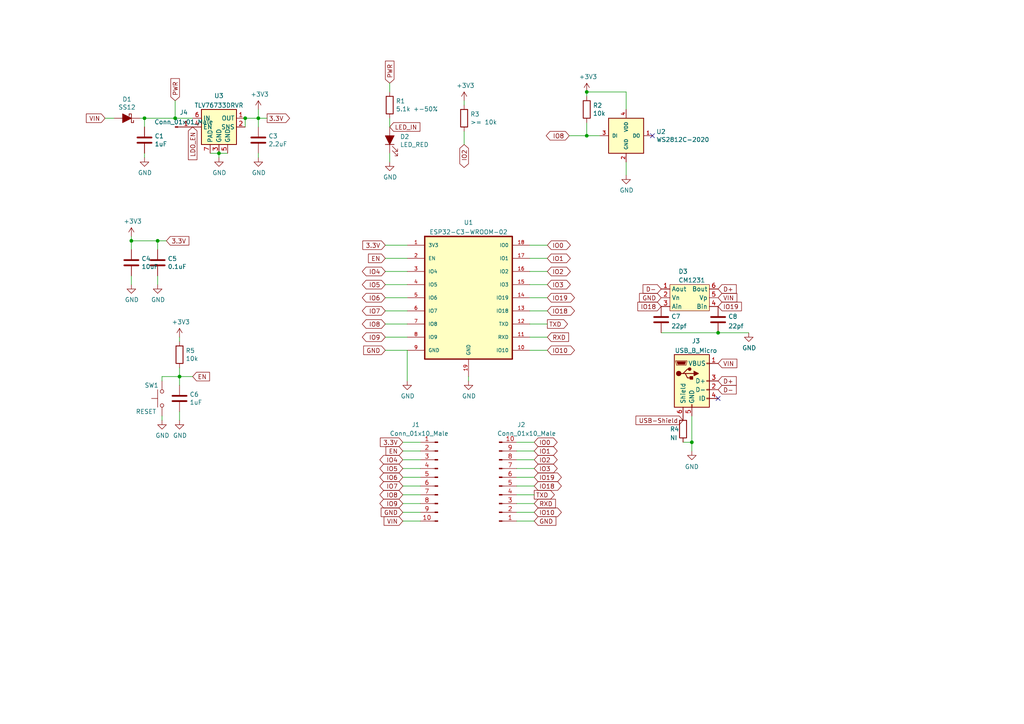
<source format=kicad_sch>
(kicad_sch (version 20211123) (generator eeschema)
  (paper "A4")
  (title_block (title "USB_JTAG mod of E-Tinkers EP32-C3 Dev Board") (date "2022-02-19") (rev "1.0") (comment 4 "Original author: Henry Cheung, mod: nretro") (comment 5 "https://www.e-tinkers.com"))
  (lib_symbols
    (symbol "Connector:Conn_01x01_Male" (pin_names (offset 1.016) hide)
      (property "Reference" "J" (at 0 2.54 0))
      (property "Value" "Conn_01x01_Male" (at 0 -2.54 0))
      (symbol "Conn_01x01_Male_1_1"
        (polyline (pts (xy 1.27 0) (xy 0.8636 0)) (stroke (width 0.1524)))
        (rectangle (start 0.8636 0.127) (end 0 -0.127) (stroke (width 0.1524)) (fill (type outline)))
        (pin passive line (at 5.08 0 180) (length 3.81) (name "Pin_1") (number "1"))
      )
    )
    (symbol "Connector:Conn_01x10_Male" (pin_names (offset 1.016) hide)
      (property "Reference" "J" (at 0 12.7 0))
      (property "Value" "Conn_01x10_Male" (at 0 -15.24 0))
      (symbol "Conn_01x10_Male_1_1"
        (polyline (pts (xy 1.27 -12.7) (xy 0.8636 -12.7)) (stroke (width 0.1524)))
        (polyline (pts (xy 1.27 -10.16) (xy 0.8636 -10.16)) (stroke (width 0.1524)))
        (polyline (pts (xy 1.27 -7.62) (xy 0.8636 -7.62)) (stroke (width 0.1524)))
        (polyline (pts (xy 1.27 -5.08) (xy 0.8636 -5.08)) (stroke (width 0.1524)))
        (polyline (pts (xy 1.27 -2.54) (xy 0.8636 -2.54)) (stroke (width 0.1524)))
        (polyline (pts (xy 1.27 0) (xy 0.8636 0)) (stroke (width 0.1524)))
        (polyline (pts (xy 1.27 2.54) (xy 0.8636 2.54)) (stroke (width 0.1524)))
        (polyline (pts (xy 1.27 5.08) (xy 0.8636 5.08)) (stroke (width 0.1524)))
        (polyline (pts (xy 1.27 7.62) (xy 0.8636 7.62)) (stroke (width 0.1524)))
        (polyline (pts (xy 1.27 10.16) (xy 0.8636 10.16)) (stroke (width 0.1524)))
        (rectangle (start 0.8636 -12.573) (end 0 -12.827) (stroke (width 0.1524)) (fill (type outline)))
        (rectangle (start 0.8636 -10.033) (end 0 -10.287) (stroke (width 0.1524)) (fill (type outline)))
        (rectangle (start 0.8636 -7.493) (end 0 -7.747) (stroke (width 0.1524)) (fill (type outline)))
        (rectangle (start 0.8636 -4.953) (end 0 -5.207) (stroke (width 0.1524)) (fill (type outline)))
        (rectangle (start 0.8636 -2.413) (end 0 -2.667) (stroke (width 0.1524)) (fill (type outline)))
        (rectangle (start 0.8636 0.127) (end 0 -0.127) (stroke (width 0.1524)) (fill (type outline)))
        (rectangle (start 0.8636 2.667) (end 0 2.413) (stroke (width 0.1524)) (fill (type outline)))
        (rectangle (start 0.8636 5.207) (end 0 4.953) (stroke (width 0.1524)) (fill (type outline)))
        (rectangle (start 0.8636 7.747) (end 0 7.493) (stroke (width 0.1524)) (fill (type outline)))
        (rectangle (start 0.8636 10.287) (end 0 10.033) (stroke (width 0.1524)) (fill (type outline)))
        (pin passive line (at 5.08 10.16 180) (length 3.81) (name "Pin_1") (number "1"))
        (pin passive line (at 5.08 -12.7 180) (length 3.81) (name "Pin_10") (number "10"))
        (pin passive line (at 5.08 7.62 180) (length 3.81) (name "Pin_2") (number "2"))
        (pin passive line (at 5.08 5.08 180) (length 3.81) (name "Pin_3") (number "3"))
        (pin passive line (at 5.08 2.54 180) (length 3.81) (name "Pin_4") (number "4"))
        (pin passive line (at 5.08 0 180) (length 3.81) (name "Pin_5") (number "5"))
        (pin passive line (at 5.08 -2.54 180) (length 3.81) (name "Pin_6") (number "6"))
        (pin passive line (at 5.08 -5.08 180) (length 3.81) (name "Pin_7") (number "7"))
        (pin passive line (at 5.08 -7.62 180) (length 3.81) (name "Pin_8") (number "8"))
        (pin passive line (at 5.08 -10.16 180) (length 3.81) (name "Pin_9") (number "9"))
      )
    )
    (symbol "Connector:USB_B_Micro" (pin_names (offset 1.016))
      (property "Reference" "J" (at -5.08 11.43 0))
      (property "Value" "USB_B_Micro" (at -5.08 8.89 0))
      (symbol "USB_B_Micro_0_1"
        (rectangle (start -5.08 -7.62) (end 5.08 7.62) (stroke (width 0.254)) (fill (type background)))
        (circle (center -3.81 2.159) (radius 0.635) (stroke (width 0.254)) (fill (type outline)))
        (circle (center -0.635 3.429) (radius 0.381) (stroke (width 0.254)) (fill (type outline)))
        (rectangle (start -0.127 -7.62) (end 0.127 -6.858))
        (polyline (pts (xy -1.905 2.159) (xy 0.635 2.159)) (stroke (width 0.254)))
        (polyline (pts (xy -3.175 2.159) (xy -2.54 2.159) (xy -1.27 3.429) (xy -0.635 3.429)) (stroke (width 0.254)))
        (polyline (pts (xy -2.54 2.159) (xy -1.905 2.159) (xy -1.27 0.889) (xy 0 0.889)) (stroke (width 0.254)))
        (polyline (pts (xy 0.635 2.794) (xy 0.635 1.524) (xy 1.905 2.159) (xy 0.635 2.794)) (stroke (width 0.254)) (fill (type outline)))
        (polyline (pts (xy -4.318 5.588) (xy -1.778 5.588) (xy -2.032 4.826) (xy -4.064 4.826) (xy -4.318 5.588)) (fill (type outline)))
        (polyline (pts (xy -4.699 5.842) (xy -4.699 5.588) (xy -4.445 4.826) (xy -4.445 4.572) (xy -1.651 4.572) (xy -1.651 4.826) (xy -1.397 5.588) (xy -1.397 5.842) (xy -4.699 5.842)))
        (rectangle (start 0.254 1.27) (end -0.508 0.508) (stroke (width 0.254)) (fill (type outline)))
        (rectangle (start 5.08 -5.207) (end 4.318 -4.953))
        (rectangle (start 5.08 -2.667) (end 4.318 -2.413))
        (rectangle (start 5.08 -0.127) (end 4.318 0.127))
        (rectangle (start 5.08 4.953) (end 4.318 5.207))
      )
      (symbol "USB_B_Micro_1_1"
        (pin power_out line (at 7.62 5.08 180) (length 2.54) (name "VBUS") (number "1"))
        (pin bidirectional line (at 7.62 -2.54 180) (length 2.54) (name "D-") (number "2"))
        (pin bidirectional line (at 7.62 0 180) (length 2.54) (name "D+") (number "3"))
        (pin passive line (at 7.62 -5.08 180) (length 2.54) (name "ID") (number "4"))
        (pin power_out line (at 0 -10.16 90) (length 2.54) (name "GND") (number "5"))
        (pin passive line (at -2.54 -10.16 90) (length 2.54) (name "Shield") (number "6"))
      )
    )
    (symbol "Device:C" (pin_numbers hide) (pin_names (offset 0.254))
      (property "Reference" "C" (at 0.635 2.54 0))
      (property "Value" "C" (at 0.635 -2.54 0))
      (symbol "C_0_1"
        (polyline (pts (xy -2.032 -0.762) (xy 2.032 -0.762)) (stroke (width 0.508)))
        (polyline (pts (xy -2.032 0.762) (xy 2.032 0.762)) (stroke (width 0.508)))
      )
      (symbol "C_1_1"
        (pin passive line (at 0 3.81 270) (length 2.794) (name "~") (number "1"))
        (pin passive line (at 0 -3.81 90) (length 2.794) (name "~") (number "2"))
      )
    )
    (symbol "Device:D_Schottky_ALT" (pin_numbers hide) (pin_names (offset 1.016) hide)
      (property "Reference" "D" (at 0 2.54 0))
      (property "Value" "Device_D_Schottky_ALT" (at 0 -2.54 0))
      (symbol "D_Schottky_ALT_0_1"
        (polyline (pts (xy 1.27 0) (xy -1.27 0)))
        (polyline (pts (xy 1.27 1.27) (xy 1.27 -1.27) (xy -1.27 0) (xy 1.27 1.27)) (stroke (width 0.2032)) (fill (type outline)))
        (polyline (pts (xy -1.905 0.635) (xy -1.905 1.27) (xy -1.27 1.27) (xy -1.27 -1.27) (xy -0.635 -1.27) (xy -0.635 -0.635)) (stroke (width 0.2032)))
      )
      (symbol "D_Schottky_ALT_1_1"
        (pin passive line (at -3.81 0 0) (length 2.54) (name "K") (number "1"))
        (pin passive line (at 3.81 0 180) (length 2.54) (name "A") (number "2"))
      )
    )
    (symbol "Device:LED_ALT" (pin_numbers hide) (pin_names (offset 1.016) hide)
      (property "Reference" "D" (at 0 2.54 0))
      (property "Value" "Device_LED_ALT" (at 0 -2.54 0))
      (symbol "LED_ALT_0_1"
        (polyline (pts (xy -1.27 -1.27) (xy -1.27 1.27)) (stroke (width 0.2032)))
        (polyline (pts (xy -1.27 0) (xy 1.27 0)))
        (polyline (pts (xy 1.27 -1.27) (xy 1.27 1.27) (xy -1.27 0) (xy 1.27 -1.27)) (stroke (width 0.2032)) (fill (type outline)))
        (polyline (pts (xy -3.048 -0.762) (xy -4.572 -2.286) (xy -3.81 -2.286) (xy -4.572 -2.286) (xy -4.572 -1.524)))
        (polyline (pts (xy -1.778 -0.762) (xy -3.302 -2.286) (xy -2.54 -2.286) (xy -3.302 -2.286) (xy -3.302 -1.524)))
      )
      (symbol "LED_ALT_1_1"
        (pin passive line (at -3.81 0 0) (length 2.54) (name "K") (number "1"))
        (pin passive line (at 3.81 0 180) (length 2.54) (name "A") (number "2"))
      )
    )
    (symbol "Device:R" (pin_numbers hide) (pin_names (offset 0))
      (property "Reference" "R" (at 2.032 0 90))
      (property "Value" "R" (at 0 0 90))
      (symbol "R_0_1"
        (rectangle (start -1.016 -2.54) (end 1.016 2.54) (stroke (width 0.254)))
      )
      (symbol "R_1_1"
        (pin passive line (at 0 3.81 270) (length 1.27) (name "~") (number "1"))
        (pin passive line (at 0 -3.81 90) (length 1.27) (name "~") (number "2"))
      )
    )
    (symbol "Switch:SW_Push" (pin_numbers hide) (pin_names (offset 1.016) hide)
      (property "Reference" "SW" (at 1.27 2.54 0))
      (property "Value" "SW_Push" (at 0 -1.524 0))
      (symbol "SW_Push_0_1"
        (circle (center -2.032 0) (radius 0.508))
        (polyline (pts (xy 0 1.27) (xy 0 3.048)))
        (polyline (pts (xy 2.54 1.27) (xy -2.54 1.27)))
        (circle (center 2.032 0) (radius 0.508))
        (pin passive line (at -5.08 0 0) (length 2.54) (name "1") (number "1"))
        (pin passive line (at 5.08 0 180) (length 2.54) (name "2") (number "2"))
      )
    )
    (symbol "amiga:CM1231"
      (property "Reference" "D" (at 2.54 5.08 0))
      (property "Value" "CM1231" (at 2.54 2.54 0))
      (symbol "CM1231_0_1"
        (rectangle (start -2.54 0) (end 8.89 -7.62) (stroke (width 0.1524)) (fill (type background)))
      )
      (symbol "CM1231_1_1"
        (pin output line (at -5.08 -1.27 0) (length 2.54) (name "Aout") (number "1"))
        (pin power_out line (at -5.08 -3.81 0) (length 2.54) (name "Vn") (number "2"))
        (pin input line (at -5.08 -6.35 0) (length 2.54) (name "Ain") (number "3"))
        (pin power_in line (at 11.43 -6.35 180) (length 2.54) (name "Bin") (number "4"))
        (pin power_in line (at 11.43 -3.81 180) (length 2.54) (name "Vp") (number "5"))
        (pin output line (at 11.43 -1.27 180) (length 2.54) (name "Bout") (number "6"))
      )
    )
    (symbol "amiga:ESP32-C3-WROOM-02" (pin_names (offset 1.016))
      (property "Reference" "U" (at -12.7508 18.3896 0))
      (property "Value" "ESP32-C3-WROOM-02" (at -12.7254 -20.066 0))
      (symbol "ESP32-C3-WROOM-02_0_1"
        (rectangle (start -12.7 -17.78) (end 12.7 17.78) (stroke (width 0.4064)) (fill (type background)))
      )
      (symbol "ESP32-C3-WROOM-02_1_1"
        (pin power_in line (at -17.78 15.24 0) (length 5.08) (name "3V3") (number "1"))
        (pin bidirectional line (at 17.78 -15.24 180) (length 5.08) (name "IO10") (number "10"))
        (pin bidirectional line (at 17.78 -11.43 180) (length 5.08) (name "RXD") (number "11"))
        (pin bidirectional line (at 17.78 -7.62 180) (length 5.08) (name "TXD") (number "12"))
        (pin power_in line (at 17.78 -3.81 180) (length 5.08) (name "IO18") (number "13"))
        (pin open_collector line (at 17.78 0 180) (length 5.08) (name "IO19") (number "14"))
        (pin bidirectional line (at 17.78 3.81 180) (length 5.08) (name "IO3") (number "15"))
        (pin bidirectional line (at 17.78 7.62 180) (length 5.08) (name "IO2") (number "16"))
        (pin bidirectional line (at 17.78 11.43 180) (length 5.08) (name "IO1") (number "17"))
        (pin power_in line (at 17.78 15.24 180) (length 5.08) (name "IO0") (number "18"))
        (pin power_in line (at 0 -22.86 90) (length 5.08) (name "GND") (number "19"))
        (pin input line (at -17.78 11.43 0) (length 5.08) (name "EN") (number "2"))
        (pin bidirectional line (at -17.78 7.62 0) (length 5.08) (name "IO4") (number "3"))
        (pin bidirectional line (at -17.78 3.81 0) (length 5.08) (name "IO5") (number "4"))
        (pin bidirectional line (at -17.78 0 0) (length 5.08) (name "IO6") (number "5"))
        (pin bidirectional line (at -17.78 -3.81 0) (length 5.08) (name "IO7") (number "6"))
        (pin bidirectional line (at -17.78 -7.62 0) (length 5.08) (name "IO8") (number "7"))
        (pin bidirectional line (at -17.78 -11.43 0) (length 5.08) (name "IO9") (number "8"))
        (pin power_in line (at -17.78 -15.24 0) (length 5.08) (name "GND") (number "9"))
      )
    )
    (symbol "amiga:TLV76733DRVR"
      (property "Reference" "U" (at 0 8.89 0))
      (property "Value" "TLV76733DRVR" (at 0 6.35 0))
      (symbol "TLV76733DRVR_0_1"
        (rectangle (start -5.08 -5.08) (end 5.08 5.08) (stroke (width 0.254)) (fill (type background)))
      )
      (symbol "TLV76733DRVR_1_1"
        (pin power_out line (at 7.62 2.54 180) (length 2.54) (name "OUT") (number "1"))
        (pin input line (at 7.62 0 180) (length 2.54) (name "SNS") (number "2"))
        (pin power_in line (at 0 -7.62 90) (length 2.54) (name "GND") (number "3"))
        (pin input line (at -7.62 0 0) (length 2.54) (name "EN") (number "4"))
        (pin passive line (at 0 -7.62 90) (length 2.54) hide (name "GND") (number "5"))
        (pin power_in line (at 2.54 -7.62 90) (length 2.54) (name "GND") (number "5"))
        (pin power_in line (at -7.62 2.54 0) (length 2.54) (name "IN") (number "6"))
        (pin passive line (at -2.54 -7.62 90) (length 2.54) (name "PAD") (number "7"))
      )
    )
    (symbol "e-tinkers:WS2812C-2020" (pin_names (offset 1.016))
      (property "Reference" "U" (at -5.08 6.35 0))
      (property "Value" "e-tinkers_WS2812C-2020" (at 1.27 -7.62 0))
      (symbol "WS2812C-2020_0_0"
        (rectangle (start -5.08 -5.08) (end 5.08 5.08) (stroke (width 0.254)) (fill (type background)))
        (pin output line (at 7.62 0 180) (length 2.4892) (name "DO") (number "1"))
        (pin power_in line (at 0 -7.62 90) (length 2.4892) (name "GND") (number "2"))
        (pin input line (at -7.62 0 0) (length 2.4892) (name "DI") (number "3"))
        (pin power_in line (at 0 7.62 270) (length 2.4892) (name "VDD") (number "4"))
      )
    )
    (symbol "power:+3.3V" (power) (pin_names (offset 0))
      (property "Value" "+3.3V" (at 0 3.556 0))
      (symbol "+3.3V_0_1"
        (polyline (pts (xy -0.762 1.27) (xy 0 2.54)))
        (polyline (pts (xy 0 0) (xy 0 2.54)))
        (polyline (pts (xy 0 2.54) (xy 0.762 1.27)))
      )
      (symbol "+3.3V_1_1"
        (pin power_in line (at 0 0 90) (length 0) hide (name "+3V3") (number "1"))
      )
    )
    (symbol "power:GND" (power) (pin_names (offset 0))
      (property "Value" "GND" (at 0 -3.81 0))
      (symbol "GND_0_1"
        (polyline (pts (xy 0 0) (xy 0 -1.27) (xy 1.27 -1.27) (xy 0 -2.54) (xy -1.27 -1.27) (xy 0 -1.27)))
      )
      (symbol "GND_1_1"
        (pin power_in line (at 0 0 270) (length 0) hide (name "GND") (number "1"))
      )
    )
  )
  (junction (at 170.18 39.37))
  (junction (at 41.91 34.29))
  (junction (at 38.1 69.85))
  (junction (at 45.72 69.85))
  (junction (at 71.12 34.29))
  (junction (at 52.07 109.22))
  (junction (at 50.8 34.29))
  (junction (at 170.18 26.67))
  (junction (at 63.5 44.45))
  (junction (at 200.66 128.27))
  (junction (at 74.93 34.29))
  (junction (at 208.28 96.52))
  (no_connect (at 208.28 115.57))
  (no_connect (at 189.23 39.37))
  (wire (pts (xy 208.28 96.52) (xy 217.17 96.52)))
  (wire (pts (xy 111.76 86.36) (xy 118.11 86.36)))
  (wire (pts (xy 45.72 82.55) (xy 45.72 80.01)))
  (wire (pts (xy 30.48 34.29) (xy 33.02 34.29)))
  (wire (pts (xy 134.62 38.1) (xy 134.62 41.91)))
  (wire (pts (xy 41.91 44.45) (xy 41.91 45.72)))
  (wire (pts (xy 111.76 97.79) (xy 118.11 97.79)))
  (wire (pts (xy 116.84 148.59) (xy 121.92 148.59)))
  (wire (pts (xy 153.67 90.17) (xy 158.75 90.17)))
  (wire (pts (xy 116.84 135.89) (xy 121.92 135.89)))
  (wire (pts (xy 66.04 44.45) (xy 63.5 44.45)))
  (wire (pts (xy 74.93 44.45) (xy 74.93 45.72)))
  (wire (pts (xy 116.84 140.97) (xy 121.92 140.97)))
  (wire (pts (xy 149.86 146.05) (xy 154.94 146.05)))
  (wire (pts (xy 181.61 46.99) (xy 181.61 50.8)))
  (wire (pts (xy 153.67 93.98) (xy 158.75 93.98)))
  (wire (pts (xy 74.93 34.29) (xy 74.93 31.75)))
  (wire (pts (xy 153.67 86.36) (xy 158.75 86.36)))
  (wire (pts (xy 116.84 151.13) (xy 121.92 151.13)))
  (wire (pts (xy 46.99 110.49) (xy 46.99 109.22)))
  (wire (pts (xy 135.89 110.49) (xy 135.89 109.22)))
  (wire (pts (xy 52.07 111.76) (xy 52.07 109.22)))
  (wire (pts (xy 50.8 34.29) (xy 55.88 34.29)))
  (wire (pts (xy 170.18 35.56) (xy 170.18 39.37)))
  (wire (pts (xy 191.77 96.52) (xy 208.28 96.52)))
  (wire (pts (xy 38.1 69.85) (xy 38.1 72.39)))
  (wire (pts (xy 149.86 143.51) (xy 154.94 143.51)))
  (wire (pts (xy 41.91 34.29) (xy 50.8 34.29)))
  (wire (pts (xy 116.84 128.27) (xy 121.92 128.27)))
  (wire (pts (xy 46.99 109.22) (xy 52.07 109.22)))
  (wire (pts (xy 116.84 130.81) (xy 121.92 130.81)))
  (wire (pts (xy 113.03 34.29) (xy 113.03 36.83)))
  (wire (pts (xy 116.84 146.05) (xy 121.92 146.05)))
  (wire (pts (xy 153.67 78.74) (xy 158.75 78.74)))
  (wire (pts (xy 153.67 74.93) (xy 158.75 74.93)))
  (wire (pts (xy 116.84 138.43) (xy 121.92 138.43)))
  (wire (pts (xy 55.88 109.22) (xy 52.07 109.22)))
  (wire (pts (xy 38.1 68.58) (xy 38.1 69.85)))
  (wire (pts (xy 198.12 128.27) (xy 200.66 128.27)))
  (wire (pts (xy 153.67 101.6) (xy 158.75 101.6)))
  (wire (pts (xy 52.07 97.79) (xy 52.07 99.06)))
  (wire (pts (xy 111.76 93.98) (xy 118.11 93.98)))
  (wire (pts (xy 38.1 80.01) (xy 38.1 82.55)))
  (wire (pts (xy 149.86 148.59) (xy 154.94 148.59)))
  (wire (pts (xy 149.86 151.13) (xy 154.94 151.13)))
  (wire (pts (xy 111.76 82.55) (xy 118.11 82.55)))
  (wire (pts (xy 153.67 97.79) (xy 158.75 97.79)))
  (wire (pts (xy 116.84 133.35) (xy 121.92 133.35)))
  (wire (pts (xy 181.61 26.67) (xy 170.18 26.67)))
  (wire (pts (xy 71.12 34.29) (xy 74.93 34.29)))
  (wire (pts (xy 149.86 135.89) (xy 154.94 135.89)))
  (wire (pts (xy 45.72 72.39) (xy 45.72 69.85)))
  (wire (pts (xy 46.99 120.65) (xy 46.99 121.92)))
  (wire (pts (xy 149.86 130.81) (xy 154.94 130.81)))
  (wire (pts (xy 149.86 138.43) (xy 154.94 138.43)))
  (wire (pts (xy 60.96 44.45) (xy 63.5 44.45)))
  (wire (pts (xy 170.18 39.37) (xy 173.99 39.37)))
  (wire (pts (xy 153.67 71.12) (xy 158.75 71.12)))
  (wire (pts (xy 52.07 106.68) (xy 52.07 109.22)))
  (wire (pts (xy 200.66 120.65) (xy 200.66 128.27)))
  (wire (pts (xy 200.66 128.27) (xy 200.66 130.81)))
  (wire (pts (xy 111.76 101.6) (xy 118.11 101.6)))
  (wire (pts (xy 71.12 36.83) (xy 71.12 34.29)))
  (wire (pts (xy 149.86 133.35) (xy 154.94 133.35)))
  (wire (pts (xy 113.03 44.45) (xy 113.03 46.99)))
  (wire (pts (xy 111.76 71.12) (xy 118.11 71.12)))
  (wire (pts (xy 77.47 34.29) (xy 74.93 34.29)))
  (wire (pts (xy 48.26 69.85) (xy 45.72 69.85)))
  (wire (pts (xy 153.67 82.55) (xy 158.75 82.55)))
  (wire (pts (xy 170.18 26.67) (xy 170.18 27.94)))
  (wire (pts (xy 134.62 29.21) (xy 134.62 30.48)))
  (wire (pts (xy 74.93 34.29) (xy 74.93 36.83)))
  (wire (pts (xy 113.03 24.13) (xy 113.03 26.67)))
  (wire (pts (xy 40.64 34.29) (xy 41.91 34.29)))
  (wire (pts (xy 50.8 29.21) (xy 50.8 34.29)))
  (wire (pts (xy 149.86 128.27) (xy 154.94 128.27)))
  (wire (pts (xy 111.76 74.93) (xy 118.11 74.93)))
  (wire (pts (xy 52.07 119.38) (xy 52.07 121.92)))
  (wire (pts (xy 63.5 45.72) (xy 63.5 44.45)))
  (wire (pts (xy 181.61 31.75) (xy 181.61 26.67)))
  (wire (pts (xy 41.91 34.29) (xy 41.91 36.83)))
  (wire (pts (xy 111.76 78.74) (xy 118.11 78.74)))
  (wire (pts (xy 118.11 101.6) (xy 118.11 110.49)))
  (wire (pts (xy 111.76 90.17) (xy 118.11 90.17)))
  (wire (pts (xy 165.1 39.37) (xy 170.18 39.37)))
  (wire (pts (xy 149.86 140.97) (xy 154.94 140.97)))
  (wire (pts (xy 116.84 143.51) (xy 121.92 143.51)))
  (wire (pts (xy 45.72 69.85) (xy 38.1 69.85)))
  (global_label "3.3V" (shape input) (at 116.84 128.27 180) (property "Intersheet References" "${INTERSHEET_REFS}" (effects hide)))
  (global_label "IO4" (shape bidirectional) (at 116.84 133.35 180) (property "Intersheet References" "${INTERSHEET_REFS}" (effects hide)))
  (global_label "IO9" (shape bidirectional) (at 116.84 146.05 180) (property "Intersheet References" "${INTERSHEET_REFS}" (effects hide)))
  (global_label "LED_IN" (shape input) (at 113.03 36.83 0) (property "Intersheet References" "${INTERSHEET_REFS}" (effects hide)))
  (global_label "GND" (shape input) (at 116.84 148.59 180) (property "Intersheet References" "${INTERSHEET_REFS}" (effects hide)))
  (global_label "PWR" (shape input) (at 113.03 24.13 90) (property "Intersheet References" "${INTERSHEET_REFS}" (effects hide)))
  (global_label "PWR" (shape input) (at 50.8 29.21 90) (property "Intersheet References" "${INTERSHEET_REFS}" (effects hide)))
  (global_label "IO18" (shape bidirectional) (at 154.94 140.97 0) (property "Intersheet References" "${INTERSHEET_REFS}" (effects hide)))
  (global_label "IO3" (shape bidirectional) (at 154.94 135.89 0) (property "Intersheet References" "${INTERSHEET_REFS}" (effects hide)))
  (global_label "3.3V" (shape output) (at 77.47 34.29 0) (property "Intersheet References" "${INTERSHEET_REFS}" (effects hide)))
  (global_label "D+" (shape input) (at 208.28 110.49 0) (property "Intersheet References" "${INTERSHEET_REFS}" (effects hide)))
  (global_label "IO7" (shape bidirectional) (at 111.76 90.17 180) (property "Intersheet References" "${INTERSHEET_REFS}" (effects hide)))
  (global_label "IO2" (shape bidirectional) (at 134.62 41.91 270) (property "Intersheet References" "${INTERSHEET_REFS}" (effects hide)))
  (global_label "IO0" (shape bidirectional) (at 154.94 128.27 0) (property "Intersheet References" "${INTERSHEET_REFS}" (effects hide)))
  (global_label "IO18" (shape bidirectional) (at 158.75 90.17 0) (property "Intersheet References" "${INTERSHEET_REFS}" (effects hide)))
  (global_label "D-" (shape input) (at 208.28 113.03 0) (property "Intersheet References" "${INTERSHEET_REFS}" (effects hide)))
  (global_label "USB-Shield" (shape input) (at 198.12 121.92 180) (property "Intersheet References" "${INTERSHEET_REFS}" (effects hide)))
  (global_label "EN" (shape input) (at 116.84 130.81 180) (property "Intersheet References" "${INTERSHEET_REFS}" (effects hide)))
  (global_label "GND" (shape input) (at 191.77 86.36 180) (property "Intersheet References" "${INTERSHEET_REFS}" (effects hide)))
  (global_label "GND" (shape input) (at 111.76 101.6 180) (property "Intersheet References" "${INTERSHEET_REFS}" (effects hide)))
  (global_label "LDO_EN" (shape input) (at 55.88 36.83 270) (property "Intersheet References" "${INTERSHEET_REFS}" (effects hide)))
  (global_label "VIN" (shape input) (at 208.28 86.36 0) (property "Intersheet References" "${INTERSHEET_REFS}" (effects hide)))
  (global_label "IO4" (shape bidirectional) (at 111.76 78.74 180) (property "Intersheet References" "${INTERSHEET_REFS}" (effects hide)))
  (global_label "VIN" (shape input) (at 30.48 34.29 180) (property "Intersheet References" "${INTERSHEET_REFS}" (effects hide)))
  (global_label "IO8" (shape bidirectional) (at 165.1 39.37 180) (property "Intersheet References" "${INTERSHEET_REFS}" (effects hide)))
  (global_label "D-" (shape input) (at 191.77 83.82 180) (property "Intersheet References" "${INTERSHEET_REFS}" (effects hide)))
  (global_label "RXD" (shape input) (at 154.94 146.05 0) (property "Intersheet References" "${INTERSHEET_REFS}" (effects hide)))
  (global_label "IO3" (shape bidirectional) (at 158.75 82.55 0) (property "Intersheet References" "${INTERSHEET_REFS}" (effects hide)))
  (global_label "3.3V" (shape input) (at 111.76 71.12 180) (property "Intersheet References" "${INTERSHEET_REFS}" (effects hide)))
  (global_label "IO2" (shape bidirectional) (at 158.75 78.74 0) (property "Intersheet References" "${INTERSHEET_REFS}" (effects hide)))
  (global_label "IO1" (shape bidirectional) (at 158.75 74.93 0) (property "Intersheet References" "${INTERSHEET_REFS}" (effects hide)))
  (global_label "IO2" (shape bidirectional) (at 154.94 133.35 0) (property "Intersheet References" "${INTERSHEET_REFS}" (effects hide)))
  (global_label "IO0" (shape bidirectional) (at 158.75 71.12 0) (property "Intersheet References" "${INTERSHEET_REFS}" (effects hide)))
  (global_label "IO1" (shape bidirectional) (at 154.94 130.81 0) (property "Intersheet References" "${INTERSHEET_REFS}" (effects hide)))
  (global_label "D+" (shape input) (at 208.28 83.82 0) (property "Intersheet References" "${INTERSHEET_REFS}" (effects hide)))
  (global_label "IO19" (shape input) (at 208.28 88.9 0) (property "Intersheet References" "${INTERSHEET_REFS}" (effects hide)))
  (global_label "GND" (shape input) (at 154.94 151.13 0) (property "Intersheet References" "${INTERSHEET_REFS}" (effects hide)))
  (global_label "TXD" (shape output) (at 158.75 93.98 0) (property "Intersheet References" "${INTERSHEET_REFS}" (effects hide)))
  (global_label "VIN" (shape input) (at 208.28 105.41 0) (property "Intersheet References" "${INTERSHEET_REFS}" (effects hide)))
  (global_label "TXD" (shape output) (at 154.94 143.51 0) (property "Intersheet References" "${INTERSHEET_REFS}" (effects hide)))
  (global_label "RXD" (shape input) (at 158.75 97.79 0) (property "Intersheet References" "${INTERSHEET_REFS}" (effects hide)))
  (global_label "IO5" (shape bidirectional) (at 111.76 82.55 180) (property "Intersheet References" "${INTERSHEET_REFS}" (effects hide)))
  (global_label "IO19" (shape bidirectional) (at 154.94 138.43 0) (property "Intersheet References" "${INTERSHEET_REFS}" (effects hide)))
  (global_label "EN" (shape input) (at 111.76 74.93 180) (property "Intersheet References" "${INTERSHEET_REFS}" (effects hide)))
  (global_label "IO19" (shape bidirectional) (at 158.75 86.36 0) (property "Intersheet References" "${INTERSHEET_REFS}" (effects hide)))
  (global_label "EN" (shape input) (at 55.88 109.22 0) (property "Intersheet References" "${INTERSHEET_REFS}" (effects hide)))
  (global_label "IO7" (shape bidirectional) (at 116.84 140.97 180) (property "Intersheet References" "${INTERSHEET_REFS}" (effects hide)))
  (global_label "IO10" (shape bidirectional) (at 154.94 148.59 0) (property "Intersheet References" "${INTERSHEET_REFS}" (effects hide)))
  (global_label "3.3V" (shape input) (at 48.26 69.85 0) (property "Intersheet References" "${INTERSHEET_REFS}" (effects hide)))
  (global_label "IO8" (shape bidirectional) (at 111.76 93.98 180) (property "Intersheet References" "${INTERSHEET_REFS}" (effects hide)))
  (global_label "IO5" (shape bidirectional) (at 116.84 135.89 180) (property "Intersheet References" "${INTERSHEET_REFS}" (effects hide)))
  (global_label "IO6" (shape bidirectional) (at 116.84 138.43 180) (property "Intersheet References" "${INTERSHEET_REFS}" (effects hide)))
  (global_label "IO18" (shape input) (at 191.77 88.9 180) (property "Intersheet References" "${INTERSHEET_REFS}" (effects hide)))
  (global_label "IO8" (shape bidirectional) (at 116.84 143.51 180) (property "Intersheet References" "${INTERSHEET_REFS}" (effects hide)))
  (global_label "IO10" (shape bidirectional) (at 158.75 101.6 0) (property "Intersheet References" "${INTERSHEET_REFS}" (effects hide)))
  (global_label "VIN" (shape input) (at 116.84 151.13 180) (property "Intersheet References" "${INTERSHEET_REFS}" (effects hide)))
  (global_label "IO9" (shape bidirectional) (at 111.76 97.79 180) (property "Intersheet References" "${INTERSHEET_REFS}" (effects hide)))
  (global_label "IO6" (shape bidirectional) (at 111.76 86.36 180) (property "Intersheet References" "${INTERSHEET_REFS}" (effects hide)))
  (symbol (lib_id "Connector:Conn_01x10_Male") (at 127 138.43 0) (mirror y) (unit 1)
    (property "Reference" "J1" (at 119.38 123.19 0) (effects (justify right)))
    (property "Value" "Conn_01x10_Male" (at 113.03 125.73 0) (effects (justify right)))
    (property "Footprint" "Connector_PinHeader_2.54mm:PinHeader_1x10_P2.54mm_Vertical" (effects hide))
  )
  (symbol (lib_id "Connector:Conn_01x10_Male") (at 144.78 140.97 0) (mirror x) (unit 1)
    (property "Reference" "J2" (at 152.4 123.19 0) (effects (justify right)))
    (property "Value" "Conn_01x10_Male" (at 161.29 125.73 0) (effects (justify right)))
    (property "Footprint" "Connector_PinHeader_2.54mm:PinHeader_1x10_P2.54mm_Vertical" (effects hide))
  )
  (symbol (lib_id "Device:C") (at 38.1 76.2 0) (unit 1)
    (property "Reference" "C4" (at 41.021 75.0316 0) (effects (justify left)))
    (property "Value" "10uF" (at 41.021 77.343 0) (effects (justify left)))
    (property "Footprint" "Capacitor_SMD:C_0805_2012Metric" (effects hide))
  )
  (symbol (lib_id "Device:C") (at 45.72 76.2 0) (unit 1)
    (property "Reference" "C5" (at 48.641 75.0316 0) (effects (justify left)))
    (property "Value" "0.1uF" (at 48.641 77.343 0) (effects (justify left)))
    (property "Footprint" "Capacitor_SMD:C_0805_2012Metric" (effects hide))
  )
  (symbol (lib_id "Device:R") (at 134.62 34.29 0) (unit 1)
    (property "Reference" "R3" (at 136.398 33.1216 0) (effects (justify left)))
    (property "Value" ">= 10k" (at 136.398 35.433 0) (effects (justify left)))
    (property "Footprint" "Resistor_SMD:R_0603_1608Metric_Pad1.05x0.95mm_HandSolder" (effects hide))
  )
  (symbol (lib_id "Device:R") (at 52.07 102.87 0) (unit 1)
    (property "Reference" "R5" (at 53.848 101.7016 0) (effects (justify left)))
    (property "Value" "10k" (at 53.848 104.013 0) (effects (justify left)))
    (property "Footprint" "Resistor_SMD:R_0603_1608Metric_Pad1.05x0.95mm_HandSolder" (effects hide))
  )
  (symbol (lib_id "e-tinkers:WS2812C-2020") (at 181.61 39.37 0) (unit 1)
    (property "Reference" "U2" (at 190.3476 38.2016 0) (effects (justify left)))
    (property "Value" "WS2812C-2020" (at 190.3476 40.513 0) (effects (justify left)))
    (property "Footprint" "amiga:LED_WS2812C-2020_hand" (effects hide))
    (property "Datasheet" "https://datasheet.lcsc.com/lcsc/2012110135_Worldsemi-WS2812C-2020_C965556.pdf" (effects hide))
  )
  (symbol (lib_id "Switch:SW_Push") (at 46.99 115.57 90) (unit 1)
    (property "Reference" "SW1" (at 41.91 111.76 90) (effects (justify right)))
    (property "Value" "RESET" (at 39.37 119.38 90) (effects (justify right)))
    (property "Footprint" "e-tinkers:SW_TS-1185-X-X" (effects hide))
  )
  (symbol (lib_id "Device:C") (at 52.07 115.57 0) (unit 1)
    (property "Reference" "C6" (at 54.991 114.4016 0) (effects (justify left)))
    (property "Value" "1uF" (at 54.991 116.713 0) (effects (justify left)))
    (property "Footprint" "Capacitor_SMD:C_0805_2012Metric" (effects hide))
  )
  (symbol (lib_id "Device:R") (at 170.18 31.75 0) (unit 1)
    (property "Reference" "R2" (at 171.958 30.5816 0) (effects (justify left)))
    (property "Value" "10k" (at 171.958 32.893 0) (effects (justify left)))
    (property "Footprint" "Resistor_SMD:R_0603_1608Metric_Pad1.05x0.95mm_HandSolder" (effects hide))
  )
  (symbol (lib_id "Device:C") (at 74.93 40.64 0) (unit 1)
    (property "Reference" "C3" (at 77.851 39.4716 0) (effects (justify left)))
    (property "Value" "2.2uF" (at 77.851 41.783 0) (effects (justify left)))
    (property "Footprint" "Capacitor_SMD:C_0805_2012Metric" (effects hide))
  )
  (symbol (lib_id "Device:D_Schottky_ALT") (at 36.83 34.29 180) (unit 1)
    (property "Reference" "D1" (at 36.83 28.8036 0))
    (property "Value" "SS12" (at 36.83 31.115 0))
    (property "Footprint" "Diode_SMD:D_SMA" (effects hide))
  )
  (symbol (lib_id "power:GND") (at 38.1 82.55 0) (unit 1)
    (property "Reference" "#PWR0101" (effects hide))
    (property "Value" "GND" (at 38.227 86.9442 0))
  )
  (symbol (lib_id "power:GND") (at 45.72 82.55 0) (unit 1)
    (property "Reference" "#PWR0102" (effects hide))
    (property "Value" "GND" (at 45.847 86.9442 0))
  )
  (symbol (lib_id "power:GND") (at 52.07 121.92 0) (unit 1)
    (property "Reference" "#PWR0104" (effects hide))
    (property "Value" "GND" (at 52.197 126.3142 0))
  )
  (symbol (lib_id "power:GND") (at 46.99 121.92 0) (unit 1)
    (property "Reference" "#PWR0105" (effects hide))
    (property "Value" "GND" (at 47.117 126.3142 0))
  )
  (symbol (lib_id "power:+3.3V") (at 52.07 97.79 0) (unit 1)
    (property "Reference" "#PWR0108" (effects hide))
    (property "Value" "+3.3V" (at 52.451 93.3958 0))
  )
  (symbol (lib_id "power:+3.3V") (at 38.1 68.58 0) (unit 1)
    (property "Reference" "#PWR0109" (effects hide))
    (property "Value" "+3.3V" (at 38.481 64.1858 0))
  )
  (symbol (lib_id "power:+3.3V") (at 74.93 31.75 0) (unit 1)
    (property "Reference" "#PWR0110" (effects hide))
    (property "Value" "+3.3V" (at 75.311 27.3558 0))
  )
  (symbol (lib_id "power:GND") (at 63.5 45.72 0) (unit 1)
    (property "Reference" "#PWR0112" (effects hide))
    (property "Value" "GND" (at 63.627 50.1142 0))
  )
  (symbol (lib_id "power:GND") (at 74.93 45.72 0) (unit 1)
    (property "Reference" "#PWR0113" (effects hide))
    (property "Value" "GND" (at 75.057 50.1142 0))
  )
  (symbol (lib_id "power:GND") (at 135.89 110.49 0) (unit 1)
    (property "Reference" "#PWR0114" (effects hide))
    (property "Value" "GND" (at 136.017 114.8842 0))
  )
  (symbol (lib_id "power:GND") (at 118.11 110.49 0) (unit 1)
    (property "Reference" "#PWR0115" (effects hide))
    (property "Value" "GND" (at 118.237 114.8842 0))
  )
  (symbol (lib_id "power:+3.3V") (at 170.18 26.67 0) (unit 1)
    (property "Reference" "#PWR0116" (effects hide))
    (property "Value" "+3.3V" (at 170.561 22.2758 0))
  )
  (symbol (lib_id "power:+3.3V") (at 134.62 29.21 0) (unit 1)
    (property "Reference" "#PWR0117" (effects hide))
    (property "Value" "+3.3V" (at 135.001 24.8158 0))
  )
  (symbol (lib_id "Device:R") (at 113.03 30.48 0) (unit 1)
    (property "Reference" "R1" (at 114.808 29.3116 0) (effects (justify left)))
    (property "Value" "5.1k +-50%" (at 114.808 31.623 0) (effects (justify left)))
    (property "Footprint" "Resistor_SMD:R_0603_1608Metric_Pad1.05x0.95mm_HandSolder" (effects hide))
  )
  (symbol (lib_id "Device:LED_ALT") (at 113.03 40.64 90) (unit 1)
    (property "Reference" "D2" (at 116.0272 39.6494 90) (effects (justify right)))
    (property "Value" "LED_RED" (at 116.0272 41.9608 90) (effects (justify right)))
    (property "Footprint" "LED_SMD:LED_0805_2012Metric" (effects hide))
  )
  (symbol (lib_id "power:GND") (at 113.03 46.99 0) (unit 1)
    (property "Reference" "#PWR0118" (effects hide))
    (property "Value" "GND" (at 113.157 51.3842 0))
  )
  (symbol (lib_id "power:GND") (at 181.61 50.8 0) (unit 1)
    (property "Reference" "#PWR0119" (effects hide))
    (property "Value" "GND" (at 181.737 55.1942 0))
  )
  (symbol (lib_id "power:GND") (at 41.91 45.72 0) (unit 1)
    (property "Reference" "#PWR0120" (effects hide))
    (property "Value" "GND" (at 42.037 50.1142 0))
  )
  (symbol (lib_id "amiga:CM1231") (at 196.85 82.55 0) (unit 1)
    (property "Reference" "D3" (at 198.12 78.74 0))
    (property "Value" "CM1231" (at 200.66 81.28 0))
    (property "Footprint" "Package_TO_SOT_SMD:SOT-23-6_Handsoldering" (effects hide))
  )
  (symbol (lib_id "Connector:USB_B_Micro") (at 200.66 110.49 0) (unit 1)
    (property "Reference" "J3" (at 201.8665 98.9034 0))
    (property "Value" "USB_B_Micro" (at 201.8665 101.6785 0))
    (property "Footprint" "amiga:USB_Micro-B_China" (effects hide))
  )
  (symbol (lib_id "amiga:ESP32-C3-WROOM-02") (at 135.89 86.36 0) (unit 1)
    (property "Reference" "U1" (at 135.89 64.5373 0))
    (property "Value" "ESP32-C3-WROOM-02" (at 135.89 67.3124 0))
    (property "Footprint" "amiga:ESP32-C3-WROOM-02_ant" (effects hide))
  )
  (symbol (lib_id "Device:C") (at 208.28 92.71 0) (unit 1)
    (property "Reference" "C8" (at 211.2011 91.8015 0) (effects (justify left)))
    (property "Value" "22pf" (at 211.2011 94.5766 0) (effects (justify left)))
    (property "Footprint" "Capacitor_SMD:C_0603_1608Metric" (effects hide))
  )
  (symbol (lib_id "Device:C") (at 191.77 92.71 0) (unit 1)
    (property "Reference" "C7" (at 194.6911 91.8015 0) (effects (justify left)))
    (property "Value" "22pf" (at 194.6911 94.5766 0) (effects (justify left)))
    (property "Footprint" "Capacitor_SMD:C_0603_1608Metric" (effects hide))
  )
  (symbol (lib_id "Connector:Conn_01x01_Male") (at 50.8 36.83 0) (unit 1)
    (property "Reference" "J4" (at 53.3019 32.6094 0))
    (property "Value" "Conn_01x01_Male" (at 53.3019 35.3845 0))
    (property "Footprint" "Connector_PinHeader_2.54mm:PinHeader_1x01_P2.54mm_Vertical" (effects hide))
  )
  (symbol (lib_id "power:GND") (at 217.17 96.52 0) (unit 1)
    (property "Reference" "#PWR0103" (effects hide))
    (property "Value" "GND" (at 217.297 100.9142 0))
  )
  (symbol (lib_id "Device:C") (at 41.91 40.64 0) (unit 1)
    (property "Reference" "C1" (at 44.831 39.4716 0) (effects (justify left)))
    (property "Value" "1uF" (at 44.831 41.783 0) (effects (justify left)))
    (property "Footprint" "Capacitor_SMD:C_0805_2012Metric" (effects hide))
  )
  (symbol (lib_id "power:GND") (at 200.66 130.81 0) (unit 1)
    (property "Reference" "#PWR0106" (effects hide))
    (property "Value" "GND" (at 200.66 135.3726 0))
  )
  (symbol (lib_id "Device:R") (at 198.12 124.46 0) (unit 1)
    (property "Reference" "R4" (at 194.31 124.46 0) (effects (justify left)))
    (property "Value" "NI" (at 194.31 127 0) (effects (justify left)))
    (property "Footprint" "Resistor_SMD:R_0603_1608Metric" (effects hide))
  )
  (symbol (lib_id "amiga:TLV76733DRVR") (at 63.5 36.83 0) (unit 1)
    (property "Reference" "U3" (at 63.5 27.7835 0))
    (property "Value" "TLV76733DRVR" (at 63.5 30.5586 0))
    (property "Footprint" "Package_SON:WSON-6-1EP_2x2mm_P0.65mm_EP1x1.6mm_ThermalVias" (effects hide))
    (property "Datasheet" "www.ti.com/lit/gpn/TLV767" (effects hide))
  )
)
</source>
